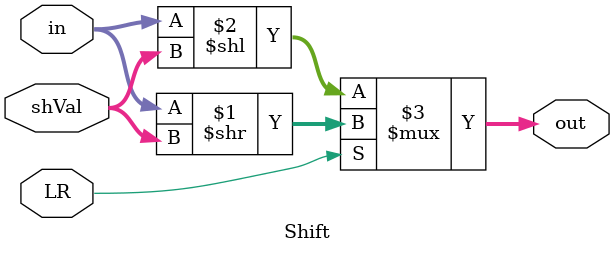
<source format=v>
module Shift(input [63:0] in, input [4:0] shVal, input LR, output [63:0] out);
	assign out = (LR)? (in >> shVal) : (in << shVal);
endmodule

</source>
